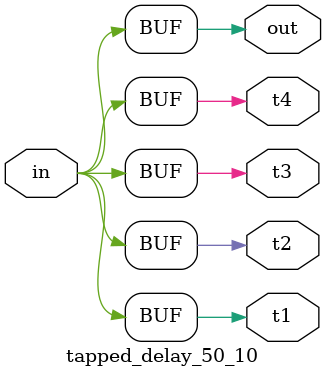
<source format=sv>
module tapped_delay_50_10(input bit in, output bit t1,t2,t3,t4, out);
  always_comb t1 = in;
  always_comb t2 = in;
  always_comb t3 = in;
  always_comb t4 = in;
  always_comb out = in;
endmodule // tapped_delay_50_10

</source>
